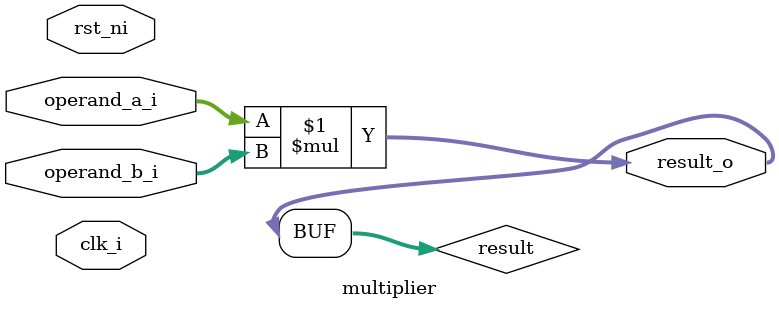
<source format=sv>
/*
Generic multiplier for COMP.CE.250
author: Antti Nurmi <antti.nurmi@tuni.fi>
*/

module multiplier #(
  parameter int unsigned OperandWidth = 32,
  parameter bit          OutputReg    = 0
)(
  input  logic                        clk_i,
  input  logic                        rst_ni,
  input  logic     [OperandWidth-1:0] operand_a_i,
  input  logic     [OperandWidth-1:0] operand_b_i,
  output logic [(2*OperandWidth)-1:0] result_o
);

logic [(2*OperandWidth)-1:0] result;

assign result = operand_a_i * operand_b_i;

if (OutputReg) begin : g_output_reg

  logic [(2*OperandWidth)-1:0] result_q;

  always_ff @( posedge clk_i or negedge rst_ni )
    begin
      if (~rst_ni)
        result_q <= '0;
      else
        result_q <= result;
    end

  assign result_o = result_q;

end else begin : g_no_output_reg
  assign result_o = result;
end

endmodule : multiplier

</source>
